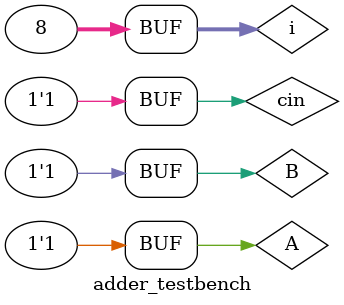
<source format=sv>
`timescale 1ns/10ps
module adder(A, B, cin, cout, sum);
	input logic A, B, cin;
	output logic cout, sum;
	logic cout1, cout2, cout3;
	
	and #0.05 logic1 (cout1, A, B);
	and #0.05 logic2 (cout2, A, cin);
	and #0.05 logic3 (cout3, B, cin);
	or #0.05 logic4 (cout, cout1, cout2, cout3);
	
	xor #0.05 logic5 (sum, A, B, cin);
endmodule

module adder_testbench();
	logic A, B, cin;
	logic cout, sum;
	
	adder dut (.A, .B, .cin, .cout, .sum);
	
	integer i;
	initial begin
		for (i = 0; i < 2**3; i++) begin
			{A, B, cin} = i; #10;
		end
	end
endmodule

</source>
